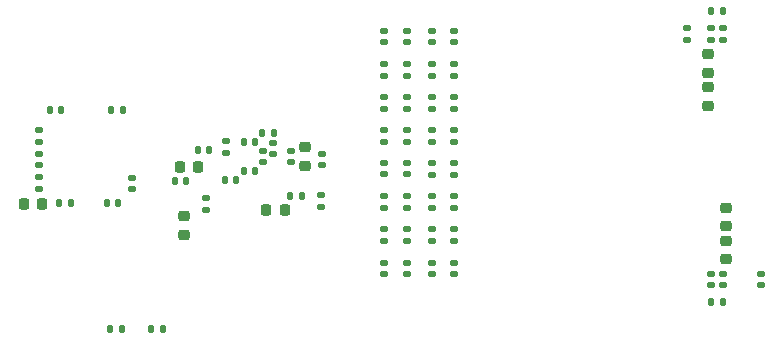
<source format=gbp>
G04 #@! TF.GenerationSoftware,KiCad,Pcbnew,7.0.7+dfsg-1*
G04 #@! TF.CreationDate,2023-10-06T03:56:53+00:00*
G04 #@! TF.ProjectId,glasgow,676c6173-676f-4772-9e6b-696361645f70,C3*
G04 #@! TF.SameCoordinates,Original*
G04 #@! TF.FileFunction,Paste,Bot*
G04 #@! TF.FilePolarity,Positive*
%FSLAX46Y46*%
G04 Gerber Fmt 4.6, Leading zero omitted, Abs format (unit mm)*
G04 Created by KiCad (PCBNEW 7.0.7+dfsg-1) date 2023-10-06 03:56:53*
%MOMM*%
%LPD*%
G01*
G04 APERTURE LIST*
G04 Aperture macros list*
%AMRoundRect*
0 Rectangle with rounded corners*
0 $1 Rounding radius*
0 $2 $3 $4 $5 $6 $7 $8 $9 X,Y pos of 4 corners*
0 Add a 4 corners polygon primitive as box body*
4,1,4,$2,$3,$4,$5,$6,$7,$8,$9,$2,$3,0*
0 Add four circle primitives for the rounded corners*
1,1,$1+$1,$2,$3*
1,1,$1+$1,$4,$5*
1,1,$1+$1,$6,$7*
1,1,$1+$1,$8,$9*
0 Add four rect primitives between the rounded corners*
20,1,$1+$1,$2,$3,$4,$5,0*
20,1,$1+$1,$4,$5,$6,$7,0*
20,1,$1+$1,$6,$7,$8,$9,0*
20,1,$1+$1,$8,$9,$2,$3,0*%
G04 Aperture macros list end*
%ADD10RoundRect,0.147500X0.147500X0.172500X-0.147500X0.172500X-0.147500X-0.172500X0.147500X-0.172500X0*%
%ADD11RoundRect,0.147500X0.172500X-0.147500X0.172500X0.147500X-0.172500X0.147500X-0.172500X-0.147500X0*%
%ADD12RoundRect,0.147500X-0.172500X0.147500X-0.172500X-0.147500X0.172500X-0.147500X0.172500X0.147500X0*%
%ADD13RoundRect,0.147500X-0.147500X-0.172500X0.147500X-0.172500X0.147500X0.172500X-0.147500X0.172500X0*%
%ADD14RoundRect,0.218750X0.218750X0.256250X-0.218750X0.256250X-0.218750X-0.256250X0.218750X-0.256250X0*%
%ADD15RoundRect,0.218750X-0.218750X-0.256250X0.218750X-0.256250X0.218750X0.256250X-0.218750X0.256250X0*%
%ADD16RoundRect,0.218750X0.256250X-0.218750X0.256250X0.218750X-0.256250X0.218750X-0.256250X-0.218750X0*%
%ADD17RoundRect,0.218750X-0.256250X0.218750X-0.256250X-0.218750X0.256250X-0.218750X0.256250X0.218750X0*%
G04 APERTURE END LIST*
D10*
X84185000Y-96700000D03*
X83215000Y-96700000D03*
D11*
X84900000Y-95985000D03*
X84900000Y-95015000D03*
D12*
X99150000Y-93265000D03*
X99150000Y-94235000D03*
X101050000Y-84865000D03*
X101050000Y-85835000D03*
X101050000Y-93265000D03*
X101050000Y-94235000D03*
X97050000Y-96015000D03*
X97050000Y-96985000D03*
X97050000Y-90465000D03*
X97050000Y-91435000D03*
X99150000Y-96065000D03*
X99150000Y-97035000D03*
X99150000Y-98865000D03*
X99150000Y-99835000D03*
X99150000Y-101665000D03*
X99150000Y-102635000D03*
X99150000Y-104465000D03*
X99150000Y-105435000D03*
X101050000Y-96065000D03*
X101050000Y-97035000D03*
X101050000Y-98865000D03*
X101050000Y-99835000D03*
X101050000Y-101665000D03*
X101050000Y-102635000D03*
D13*
X81615000Y-97500000D03*
X82585000Y-97500000D03*
D10*
X84185000Y-94300000D03*
X83215000Y-94300000D03*
X80300000Y-94900000D03*
X79330000Y-94900000D03*
X78385000Y-97600000D03*
X77415000Y-97600000D03*
D14*
X79387500Y-96400000D03*
X77812500Y-96400000D03*
D13*
X84815000Y-93500000D03*
X85785000Y-93500000D03*
X66815000Y-91550000D03*
X67785000Y-91550000D03*
D10*
X72585000Y-99450000D03*
X71615000Y-99450000D03*
D12*
X65900000Y-93280000D03*
X65900000Y-94250000D03*
D13*
X67615000Y-99450000D03*
X68585000Y-99450000D03*
D10*
X72985000Y-91550000D03*
X72015000Y-91550000D03*
D15*
X64612500Y-99500000D03*
X66187500Y-99500000D03*
D12*
X65900000Y-97265000D03*
X65900000Y-98235000D03*
X65900000Y-95265000D03*
X65900000Y-96235000D03*
X73800000Y-97280000D03*
X73800000Y-98250000D03*
D11*
X80050000Y-99985000D03*
X80050000Y-99015000D03*
X89850000Y-96235000D03*
X89850000Y-95265000D03*
D12*
X97050000Y-84865000D03*
X97050000Y-85835000D03*
X95150000Y-84865000D03*
X95150000Y-85835000D03*
X95150000Y-96015000D03*
X95150000Y-96985000D03*
X97050000Y-98865000D03*
X97050000Y-99835000D03*
X95150000Y-98865000D03*
X95150000Y-99835000D03*
X95150000Y-101665000D03*
X95150000Y-102635000D03*
X97050000Y-101665000D03*
X97050000Y-102635000D03*
X95150000Y-104465000D03*
X95150000Y-105435000D03*
X97050000Y-104465000D03*
X97050000Y-105435000D03*
X95150000Y-87665000D03*
X95150000Y-88635000D03*
X95150000Y-93265000D03*
X95150000Y-94235000D03*
X95150000Y-90465000D03*
X95150000Y-91435000D03*
X81700000Y-94215000D03*
X81700000Y-95185000D03*
X99150000Y-84865000D03*
X99150000Y-85835000D03*
X99150000Y-87665000D03*
X99150000Y-88635000D03*
X99150000Y-90465000D03*
X99150000Y-91435000D03*
X97050000Y-93265000D03*
X97050000Y-94235000D03*
D15*
X85112500Y-100000000D03*
X86687500Y-100000000D03*
D16*
X88400000Y-96287500D03*
X88400000Y-94712500D03*
D12*
X89800000Y-98765000D03*
X89800000Y-99735000D03*
D11*
X85700000Y-95285000D03*
X85700000Y-94315000D03*
X87200000Y-95985000D03*
X87200000Y-95015000D03*
D17*
X124050000Y-102612500D03*
X124050000Y-104187500D03*
D16*
X122550000Y-88387500D03*
X122550000Y-86812500D03*
D12*
X101050000Y-104465000D03*
X101050000Y-105435000D03*
X101050000Y-90465000D03*
X101050000Y-91435000D03*
X97050000Y-87665000D03*
X97050000Y-88635000D03*
X101050000Y-87665000D03*
X101050000Y-88635000D03*
D10*
X123785000Y-107800000D03*
X122815000Y-107800000D03*
D13*
X122815000Y-83200000D03*
X123785000Y-83200000D03*
D12*
X123800000Y-105415000D03*
X123800000Y-106385000D03*
D11*
X122800000Y-85585000D03*
X122800000Y-84615000D03*
D17*
X124050000Y-99812500D03*
X124050000Y-101387500D03*
D16*
X122550000Y-91187500D03*
X122550000Y-89612500D03*
D13*
X75415000Y-110100000D03*
X76385000Y-110100000D03*
X71915000Y-110100000D03*
X72885000Y-110100000D03*
X87165000Y-98800000D03*
X88135000Y-98800000D03*
D17*
X78150000Y-100537500D03*
X78150000Y-102112500D03*
D12*
X122800000Y-105415000D03*
X122800000Y-106385000D03*
D11*
X123800000Y-85585000D03*
X123800000Y-84615000D03*
X127000000Y-106385000D03*
X127000000Y-105415000D03*
D12*
X120800000Y-84615000D03*
X120800000Y-85585000D03*
M02*

</source>
